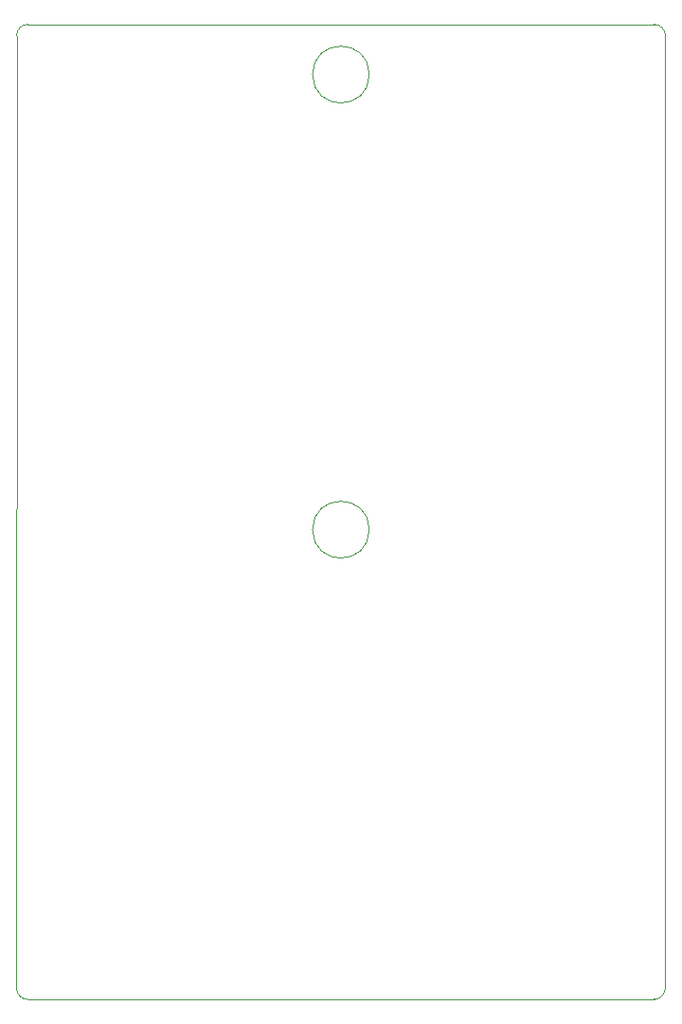
<source format=gm1>
%TF.GenerationSoftware,KiCad,Pcbnew,9.0.5-1.fc42*%
%TF.CreationDate,2025-11-09T17:28:59+08:00*%
%TF.ProjectId,JACC64-16K,4a414343-3634-42d3-9136-4b2e6b696361,rev?*%
%TF.SameCoordinates,Original*%
%TF.FileFunction,Profile,NP*%
%FSLAX46Y46*%
G04 Gerber Fmt 4.6, Leading zero omitted, Abs format (unit mm)*
G04 Created by KiCad (PCBNEW 9.0.5-1.fc42) date 2025-11-09 17:28:59*
%MOMM*%
%LPD*%
G01*
G04 APERTURE LIST*
%TA.AperFunction,Profile*%
%ADD10C,0.050000*%
%TD*%
G04 APERTURE END LIST*
D10*
X114244046Y-141001225D02*
G75*
G02*
X113243975Y-140001225I-46J1000025D01*
G01*
X114253181Y-53939893D02*
X170240820Y-53939893D01*
X170240820Y-53939893D02*
G75*
G02*
X171240807Y-54939893I-20J-1000007D01*
G01*
X113244046Y-140001225D02*
X113253181Y-54939893D01*
X171240820Y-54939893D02*
X171231685Y-140001225D01*
X113253181Y-54939893D02*
G75*
G02*
X114253181Y-53939981I999919J-7D01*
G01*
X171231685Y-140001225D02*
G75*
G02*
X170231685Y-141001185I-999985J25D01*
G01*
X144780000Y-99060000D02*
G75*
G02*
X139700000Y-99060000I-2540000J0D01*
G01*
X139700000Y-99060000D02*
G75*
G02*
X144780000Y-99060000I2540000J0D01*
G01*
X144780000Y-58420000D02*
G75*
G02*
X139700000Y-58420000I-2540000J0D01*
G01*
X139700000Y-58420000D02*
G75*
G02*
X144780000Y-58420000I2540000J0D01*
G01*
X170231685Y-141001225D02*
X114244046Y-141001225D01*
M02*

</source>
